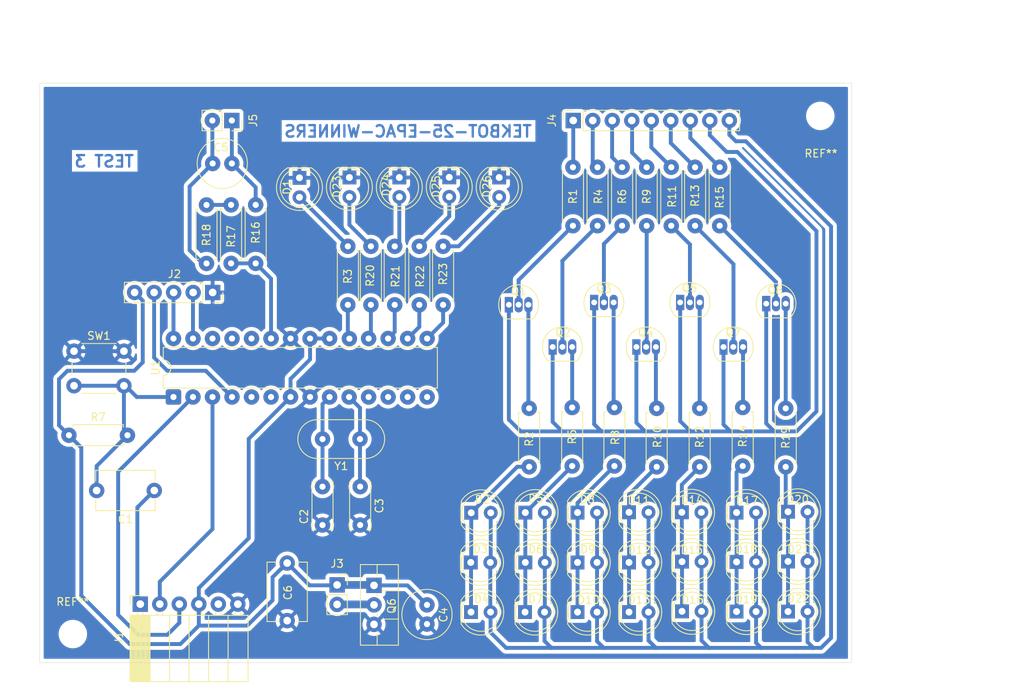
<source format=kicad_pcb>
(kicad_pcb (version 20241229) (generator "pcbnew") (generator_version "9.0")
  (layers (0 "F.Cu" signal) (2 "B.Cu" signal) (13 "F.Paste" user) (15 "B.Paste" user) (5 "F.SilkS" user "F.Silkscreen") (7 "B.SilkS" user "B.Silkscreen") (1 "F.Mask" user) (3 "B.Mask" user) (25 "Edge.Cuts" user))
  (net 0 "")
  (net 1 "RST")
  (net 2 "Net-(J1-Pin_1)")
  (net 3 "V-")
  (net 4 "XTAL1")
  (net 5 "XTAL2")
  (net 6 "V+")
  (net 7 "Net-(D1-A)")
  (net 8 "Net-(D23-A)")
  (net 9 "Net-(D24-A)")
  (net 10 "Net-(D25-A)")
  (net 11 "Net-(D26-A)")
  (net 12 "Rx")
  (net 14 "Tx")
  (net 15 "SDA")
  (net 16 "SCL")
  (net 17 "OE")
  (net 18 "GND")
  (net 19 "/sg5")
  (net 20 "/sg3")
  (net 21 "/sg2")
  (net 22 "/sg1")
  (net 23 "/sg7")
  (net 24 "/sg4")
  (net 25 "/sg6")
  (net 26 "/B+")
  (net 27 "/B-")
  (net 28 "Net-(Q1-B)")
  (net 29 "Net-(Q2-B)")
  (net 30 "Net-(Q3-B)")
  (net 31 "Net-(Q4-B)")
  (net 32 "Net-(Q5-B)")
  (net 33 "Net-(Q7-B)")
  (net 34 "Net-(Q8-B)")
  (net 35 "Lbuilt")
  (net 36 "A0")
  (net 37 "Net-(R17-Pad2)")
  (net 38 "L-100")
  (net 39 "L-75")
  (net 40 "L-50")
  (net 41 "L-25")
  (net 51 "/L_GND")
  (net 52 "/L_Vcc")
  (net 53 "Net-(D2-K)")
  (net 54 "Net-(D5-K)")
  (net 55 "Net-(D10-K)")
  (net 56 "Net-(D11-K)")
  (net 57 "Net-(D14-K)")
  (net 58 "Net-(D17-K)")
  (net 59 "Net-(D20-K)")
  (net 60 "Net-(Q1-C)")
  (net 61 "Net-(Q2-C)")
  (net 62 "Net-(Q3-C)")
  (net 63 "Net-(Q4-C)")
  (net 64 "Net-(Q5-C)")
  (net 65 "Net-(Q7-C)")
  (net 66 "Net-(Q8-C)")
  (footprint "Resistor_THT:R_Axial_DIN0207_L6.3mm_D2.5mm_P7.62mm_Horizontal" (layer "F.Cu") (at 149.1 98.3 -90)
    (property "Reference" "R10")
    (property "Value" "R")
  )
  (footprint "Resistor_THT:R_Axial_DIN0207_L6.3mm_D2.5mm_P7.62mm_Horizontal" (layer "F.Cu") (at 143.6 98.19 -90)
    (property "Reference" "R8")
    (property "Value" "R")
  )
  (footprint "Package_TO_SOT_THT:TO-92_Inline" (layer "F.Cu") (at 146.46 90.3)
    (property "Reference" "Q4")
    (property "Value" "2N2219")
  )
  (footprint "MountingHole:MountingHole_3.2mm_M3" (layer "F.Cu") (at 170.4 60.2)
    (property "Reference" "REF**")
    (property "Value" "MountingHole_3.2mm_M3")
  )
  (footprint "Resistor_THT:R_Axial_DIN0207_L6.3mm_D2.5mm_P7.62mm_Horizontal" (layer "F.Cu") (at 121.3 84.81 90)
    (property "Reference" "R23")
    (property "Value" "R")
  )
  (footprint "Resistor_THT:R_Axial_DIN0207_L6.3mm_D2.5mm_P7.62mm_Horizontal" (layer "F.Cu") (at 157.3 66.89 -90)
    (property "Reference" "R15")
    (property "Value" "R")
  )
  (footprint "Connector_PinSocket_2.54mm:PinSocket_1x02_P2.54mm_Vertical" (layer "F.Cu") (at 107.5 121.3)
    (property "Reference" "J3")
    (property "Value" "5V_power_Pins")
  )
  (footprint "Resistor_THT:R_Axial_DIN0207_L6.3mm_D2.5mm_P7.62mm_Horizontal" (layer "F.Cu") (at 147.8 66.89 -90)
    (property "Reference" "R9")
    (property "Value" "R")
  )
  (footprint "Connector_PinSocket_2.54mm:PinSocket_1x06_P2.54mm_Horizontal" (layer "F.Cu") (at 81.88 123.8 90)
    (property "Reference" "J1")
    (property "Value" "Prog_connector")
  )
  (footprint "Resistor_THT:R_Axial_DIN0207_L6.3mm_D2.5mm_P7.62mm_Horizontal" (layer "F.Cu") (at 96.9 71.79 -90)
    (property "Reference" "R16")
    (property "Value" "10k")
  )
  (footprint "LED_THT:LED_D5.0mm" (layer "F.Cu") (at 131.965 124.84)
    (property "Reference" "D7")
    (property "Value" "LED")
  )
  (footprint "Capacitor_THT:C_Radial_D6.3mm_H5.0mm_P2.50mm" (layer "F.Cu") (at 93.8 66.4 180)
    (property "Reference" "C5")
    (property "Value" "470µF")
  )
  (footprint "LED_THT:LED_D5.0mm" (layer "F.Cu") (at 138.8 118.37)
    (property "Reference" "D9")
    (property "Value" "LED")
  )
  (footprint "Capacitor_THT:C_Disc_D7.5mm_W5.0mm_P7.50mm" (layer "F.Cu") (at 101 118.45 -90)
    (property "Reference" "C6")
    (property "Value" "100n")
  )
  (footprint "Resistor_THT:R_Axial_DIN0207_L6.3mm_D2.5mm_P7.62mm_Horizontal" (layer "F.Cu") (at 115 84.81 90)
    (property "Reference" "R21")
    (property "Value" "R")
  )
  (footprint "LED_THT:LED_D5.0mm" (layer "F.Cu") (at 159.5 118.3)
    (property "Reference" "D18")
    (property "Value" "LED")
  )
  (footprint "LED_THT:LED_D5.0mm" (layer "F.Cu") (at 124.935 124.84)
    (property "Reference" "D4")
    (property "Value" "LED")
  )
  (footprint "Package_TO_SOT_THT:TO-220F-3_Vertical" (layer "F.Cu") (at 112.305 121.36 -90)
    (property "Reference" "Q6")
    (property "Value" "NMOS")
  )
  (footprint "Connector_PinSocket_2.54mm:PinSocket_1x02_P2.54mm_Vertical" (layer "F.Cu") (at 93.8 60.8 -90)
    (property "Reference" "J5")
    (property "Value" "Batt_connector")
  )
  (footprint "LED_THT:LED_D5.0mm" (layer "F.Cu") (at 152.375 111.84)
    (property "Reference" "D14")
    (property "Value" "LED")
  )
  (footprint "Capacitor_THT:C_Radial_D6.3mm_H5.0mm_P2.50mm" (layer "F.Cu") (at 119.2 123.9 -90)
    (property "Reference" "C4")
    (property "Value" "470µF")
  )
  (footprint "Resistor_THT:R_Axial_DIN0207_L6.3mm_D2.5mm_P7.62mm_Horizontal" (layer "F.Cu") (at 154.1 66.89 -90)
    (property "Reference" "R13")
    (property "Value" "R")
  )
  (footprint "Package_TO_SOT_THT:TO-92_Inline" (layer "F.Cu") (at 140.96 84.5)
    (property "Reference" "Q3")
    (property "Value" "2N2219")
  )
  (footprint "LED_THT:LED_D5.0mm" (layer "F.Cu") (at 109.1 68.225 -90)
    (property "Reference" "D23")
    (property "Value" "LED")
  )
  (footprint "Resistor_THT:R_Axial_DIN0207_L6.3mm_D2.5mm_P7.62mm_Horizontal" (layer "F.Cu") (at 72.59 101.8)
    (property "Reference" "R7")
    (property "Value" "10k")
  )
  (footprint "LED_THT:LED_D5.0mm" (layer "F.Cu") (at 128.6 68.225 -90)
    (property "Reference" "D26")
    (property "Value" "LED")
  )
  (footprint "LED_THT:LED_D5.0mm" (layer "F.Cu") (at 124.96 111.9)
    (property "Reference" "D2")
    (property "Value" "LED")
  )
  (footprint "Package_TO_SOT_THT:TO-92_Inline" (layer "F.Cu") (at 135.56 90.3)
    (property "Reference" "Q2")
    (property "Value" "2N2219")
  )
  (footprint "LED_THT:LED_D5.0mm" (layer "F.Cu") (at 159.5 124.77)
    (property "Reference" "D19")
    (property "Value" "LED")
  )
  (footprint "LED_THT:LED_D5.0mm" (layer "F.Cu") (at 152.4 124.74)
    (property "Reference" "D16")
    (property "Value" "LED")
  )
  (footprint "LED_THT:LED_D5.0mm" (layer "F.Cu") (at 145.5 124.84)
    (property "Reference" "D13")
    (property "Value" "LED")
  )
  (footprint "Capacitor_THT:C_Disc_D7.5mm_W5.0mm_P7.50mm" (layer "F.Cu") (at 83.7 109 180)
    (property "Reference" "C1")
    (property "Value" "100nF")
  )
  (footprint "Capacitor_THT:C_Disc_D6.0mm_W2.5mm_P5.00mm" (layer "F.Cu") (at 110.5 108.5 -90)
    (property "Reference" "C3")
    (property "Value" "22pF")
  )
  (footprint "Resistor_THT:R_Axial_DIN0207_L6.3mm_D2.5mm_P7.62mm_Horizontal" (layer "F.Cu") (at 111.9 84.81 90)
    (property "Reference" "R20")
    (property "Value" "R")
  )
  (footprint "LED_THT:LED_D5.0mm" (layer "F.Cu") (at 124.9 118.37)
    (property "Reference" "D3")
    (property "Value" "LED")
  )
  (footprint "Resistor_THT:R_Axial_DIN0207_L6.3mm_D2.5mm_P7.62mm_Horizontal" (layer "F.Cu") (at 144.6 66.89 -90)
    (property "Reference" "R6")
    (property "Value" "R")
  )
  (footprint "LED_THT:LED_D5.0mm" (layer "F.Cu") (at 166.2 111.77)
    (property "Reference" "D20")
    (property "Value" "LED")
  )
  (footprint "Package_TO_SOT_THT:TO-92_Inline" (layer "F.Cu") (at 157.8 90.3)
    (property "Reference" "Q7")
    (property "Value" "2N2219")
  )
  (footprint "LED_THT:LED_D5.0mm" (layer "F.Cu") (at 132 111.87)
    (property "Reference" "D5")
    (property "Value" "LED")
  )
  (footprint "Resistor_THT:R_Axial_DIN0207_L6.3mm_D2.5mm_P7.62mm_Horizontal" (layer "F.Cu") (at 138.2 66.89 -90)
    (property "Reference" "R1")
    (property "Value" "R")
  )
  (footprint "Resistor_THT:R_Axial_DIN0207_L6.3mm_D2.5mm_P7.62mm_Horizontal" (layer "F.Cu") (at 132.5 98.29 -90)
    (property "Reference" "R2")
    (property "Value" "R")
  )
  (footprint "Resistor_THT:R_Axial_DIN0207_L6.3mm_D2.5mm_P7.62mm_Horizontal" (layer "F.Cu") (at 141.4 66.89 -90)
    (property "Reference" "R4")
    (property "Value" "R")
  )
  (footprint "LED_THT:LED_D5.0mm" (layer "F.Cu") (at 115.6 68.225 -90)
    (property "Reference" "D24")
    (property "Value" "LED")
  )
  (footprint "Crystal:Crystal_HC49-U_Vertical" (layer "F.Cu") (at 110.48 102.3 180)
    (property "Reference" "Y1")
    (property "Value" "Crystal")
  )
  (footprint "Connector_PinSocket_2.54mm:PinSocket_1x05_P2.54mm_Vertical" (layer "F.Cu") (at 91.3 83.2 -90)
    (property "Reference" "J2")
    (property "Value" "Conn_01x05_Pin")
  )
  (footprint "LED_THT:LED_D5.0mm" (layer "F.Cu") (at 145.5 118.37)
    (property "Reference" "D12")
    (property "Value" "LED")
  )
  (footprint "Package_TO_SOT_THT:TO-92_Inline" (layer "F.Cu") (at 152.16 84.5)
    (property "Reference" "Q5")
    (property "Value" "2N2219")
  )
  (footprint "Resistor_THT:R_Axial_DIN0207_L6.3mm_D2.5mm_P7.62mm_Horizontal" (layer "F.Cu") (at 160.3 98.19 -90)
    (property "Reference" "R14")
    (property "Value" "R")
  )
  (footprint "Package_TO_SOT_THT:TO-92_Inline" (layer "F.Cu") (at 129.86 84.8)
    (property "Reference" "Q1")
    (property "Value" "2N2219")
  )
  (footprint "LED_THT:LED_D5.0mm" (layer "F.Cu") (at 166.2 124.77)
    (property "Reference" "D22")
    (property "Value" "LED")
  )
  (footprint "Package_TO_SOT_THT:TO-92_Inline" (layer "F.Cu") (at 163.36 84.66)
    (property "Reference" "Q8")
    (property "Value" "2N2219")
  )
  (footprint "Resistor_THT:R_Axial_DIN0207_L6.3mm_D2.5mm_P7.62mm_Horizontal" (layer "F.Cu") (at 151 66.89 -90)
    (property "Reference" "R11")
    (property "Value" "R")
  )
  (footprint "Resistor_THT:R_Axial_DIN0207_L6.3mm_D2.5mm_P7.62mm_Horizontal" (layer "F.Cu") (at 108.9 84.81 90)
    (property "Reference" "R3")
    (property "Value" "220")
  )
  (footprint "Resistor_THT:R_Axial_DIN0207_L6.3mm_D2.5mm_P7.62mm_Horizontal" (layer "F.Cu") (at 90.5 71.8 -90)
    (property "Reference" "R18")
    (property "Value" "4.7k")
  )
  (footprint "Resistor_THT:R_Axial_DIN0207_L6.3mm_D2.5mm_P7.62mm_Horizontal" (layer "F.Cu") (at 154.7 98.29 -90)
    (property "Reference" "R12")
    (property "Value" "R")
  )
  (footprint "LED_THT:LED_D5.0mm" (layer "F.Cu") (at 138.8 124.84)
    (property "Reference" "D10")
    (property "Value" "LED")
  )
  (footprint "Button_Switch_THT:SW_PUSH_6mm" (layer "F.Cu") (at 73.25 90.85)
    (property "Reference" "SW1")
    (property "Value" "SW_Push")
  )
  (footprint "LED_THT:LED_D5.0mm" (layer "F.Cu") (at 152.4 118.27)
    (property "Reference" "D15")
    (property "Value" "LED")
  )
  (footprint "Resistor_THT:R_Axial_DIN0207_L6.3mm_D2.5mm_P7.62mm_Horizontal" (layer "F.Cu") (at 118.2 84.81 90)
    (property "Reference" "R22")
    (property "Value" "R")
  )
  (footprint "LED_THT:LED_D5.0mm" (layer "F.Cu") (at 132 118.37)
    (property "Reference" "D6")
    (property "Value" "LED")
  )
  (footprint "LED_THT:LED_D5.0mm" (layer "F.Cu") (at 102.6 68.26 -90)
    (property "Reference" "D1")
    (property "Value" "LED")
  )
  (footprint "Capacitor_THT:C_Disc_D6.0mm_W2.5mm_P5.00mm" (layer "F.Cu") (at 105.6 108.5 -90)
    (property "Reference" "C2")
    (property "Value" "22pF")
  )
  (footprint "LED_THT:LED_D5.0mm" (layer "F.Cu") (at 122.1 68.2 -90)
    (property "Reference" "D25")
    (property "Value" "LED")
  )
  (footprint "LED_THT:LED_D5.0mm" (layer "F.Cu") (at 145.5 111.84)
    (property "Reference" "D11")
    (property "Value" "LED")
  )
  (footprint "Resistor_THT:R_Axial_DIN0207_L6.3mm_D2.5mm_P7.62mm_Horizontal" (layer "F.Cu") (at 138.1 98.19 -90)
    (property "Reference" "R5")
    (property "Value" "R")
  )
  (footprint "MountingHole:MountingHole_3.2mm_M3" (layer "F.Cu") (at 73.1 127.7)
    (property "Reference" "REF**")
    (property "Value" "MountingHole_3.2mm_M3")
  )
  (footprint "Resistor_THT:R_Axial_DIN0207_L6.3mm_D2.5mm_P7.62mm_Horizontal" (layer "F.Cu") (at 93.7 79.41 90)
    (property "Reference" "R17")
    (property "Value" "10k")
  )
  (footprint "Package_DIP:DIP-28_W7.62mm" (layer "F.Cu") (at 86.2 96.82 90)
    (property "Reference" "U1")
    (property "Value" "ATmega328-P")
  )
  (footprint "Connector_PinSocket_2.54mm:PinSocket_1x09_P2.54mm_Vertical" (layer "F.Cu") (at 138.24 60.8 90)
    (property "Reference" "J4")
    (property "Value" "LED_pwm_connector")
  )
  (footprint "LED_THT:LED_D5.0mm" (layer "F.Cu") (at 138.8 111.87)
    (property "Reference" "D8")
    (property "Value" "LED")
  )
  (footprint "Resistor_THT:R_Axial_DIN0207_L6.3mm_D2.5mm_P7.62mm_Horizontal" (layer "F.Cu") (at 165.9 98.3 -90)
    (property "Reference" "R19")
    (property "Value" "R")
  )
  (footprint "LED_THT:LED_D5.0mm" (layer "F.Cu") (at 166.2 118.24)
    (property "Reference" "D21")
    (property "Value" "LED")
  )
  (footprint "LED_THT:LED_D5.0mm" (layer "F.Cu") (at 159.5 111.87)
    (property "Reference" "D17")
    (property "Value" "LED")
  )
  (gr_rect (start 68.8 55.92) (end 174.5 131.42) (stroke (width 0.05)) (fill no) (layer "Edge.Cuts"))
  (gr_text "TEST 3" (at 81.2 67 0) (layer "B.Cu") (effects (font (size 1.5 1.5) (thickness 0.3) (bold yes)) (justify left bottom mirror)))
  (gr_text "TEKBOT-25-EPAC-WINNERS" (at 133 63.1 0) (layer "B.Cu") (effects (font (size 1.5 1.5) (thickness 0.3) (bold yes)) (justify left bottom mirror)))
  (segment (start 76.2 105.81) (end 80.21 101.8) (width 0.508) (layer "B.Cu") (net 1))
  (segment (start 79.95 95.35) (end 81.42 96.82) (width 0.508) (layer "B.Cu") (net 1))
  (segment (start 81.42 96.82) (end 86.2 96.82) (width 0.508) (layer "B.Cu") (net 1))
  (segment (start 80.21 101.8) (end 80.21 101.59) (width 0.508) (layer "B.Cu") (net 1))
  (segment (start 79.75 101.13) (end 79.75 95.35) (width 0.508) (layer "B.Cu") (net 1))
  (segment (start 76.2 109) (end 76.2 105.81) (width 0.508) (layer "B.Cu") (net 1))
  (segment (start 79.75 95.35) (end 79.95 95.35) (width 0.508) (layer "B.Cu") (net 1))
  (segment (start 73.25 95.35) (end 79.75 95.35) (width 0.508) (layer "B.Cu") (net 1))
  (segment (start 80.21 101.59) (end 79.75 101.13) (width 0.508) (layer "B.Cu") (net 1))
  (segment (start 81.5 123.42) (end 81.88 123.8) (width 0.508) (layer "B.Cu") (net 2))
  (segment (start 83.7 109) (end 81.5 111.2) (width 0.508) (layer "B.Cu") (net 2))
  (segment (start 81.5 111.2) (end 81.5 123.42) (width 0.508) (layer "B.Cu") (net 2))
  (segment (start 73.25 90.85) (end 79.75 90.85) (width 0.508) (layer "B.Cu") (net 3))
  (segment (start 105.6 97.74) (end 106.52 96.82) (width 0.508) (layer "B.Cu") (net 4))
  (segment (start 105.6 102.3) (end 105.6 97.74) (width 0.508) (layer "B.Cu") (net 4))
  (segment (start 105.6 102.3) (end 105.6 108.5) (width 0.508) (layer "B.Cu") (net 4))
  (segment (start 110.48 108.48) (end 110.5 108.5) (width 0.508) (layer "B.Cu") (net 5))
  (segment (start 110.48 102.3) (end 110.48 98.24) (width 0.508) (layer "B.Cu") (net 5))
  (segment (start 110.48 102.3) (end 110.48 108.48) (width 0.508) (layer "B.Cu") (net 5))
  (segment (start 110.48 98.24) (end 109.06 96.82) (width 0.508) (layer "B.Cu") (net 5))
  (segment (start 95.8 126.6) (end 99.1 123.3) (width 0.508) (layer "B.Cu") (net 6))
  (segment (start 72.59 101.8) (end 74.2 103.41) (width 0.508) (layer "B.Cu") (net 6))
  (segment (start 101.44 96.82) (end 96 102.26) (width 0.508) (layer "B.Cu") (net 6))
  (segment (start 99.1 120.3) (end 100.2 119.2) (width 0.508) (layer "B.Cu") (net 6))
  (segment (start 87.1 129) (end 89.5 126.6) (width 0.508) (layer "B.Cu") (net 6))
  (segment (start 80.5 129) (end 87.1 129) (width 0.508) (layer "B.Cu") (net 6))
  (segment (start 96 115.2) (end 89.5 121.7) (width 0.508) (layer "B.Cu") (net 6))
  (segment (start 74.2 103.41) (end 74.2 122.7) (width 0.508) (layer "B.Cu") (net 6))
  (segment (start 72.4 93.4) (end 71.3 94.5) (width 0.508) (layer "B.Cu") (net 6))
  (segment (start 89.5 121.7) (end 89.5 123.8) (width 0.508) (layer "B.Cu") (net 6))
  (segment (start 82.2 84.26) (end 82.2 92.3) (width 0.508) (layer "B.Cu") (net 6))
  (segment (start 82.2 92.3) (end 81.1 93.4) (width 0.508) (layer "B.Cu") (net 6))
  (segment (start 99.1 123.3) (end 99.1 120.3) (width 0.508) (layer "B.Cu") (net 6))
  (segment (start 103.9 121.35) (end 107.9 121.35) (width 0.508) (layer "B.Cu") (net 6))
  (segment (start 100.2 119.2) (end 100.25 119.2) (width 0.508) (layer "B.Cu") (net 6))
  (segment (start 101.44 94.46) (end 101.44 96.82) (width 0.508) (layer "B.Cu") (net 6))
  (segment (start 107.5 121.3) (end 112.245 121.3) (width 1.016) (layer "B.Cu") (net 6))
  (segment (start 103.98 89.2) (end 103.98 89.22) (width 0.508) (layer "B.Cu") (net 6))
  (segment (start 100.25 119.2) (end 101 118.45) (width 0.508) (layer "B.Cu") (net 6))
  (segment (start 112.245 121.3) (end 112.305 121.36) (width 0.508) (layer "B.Cu") (net 6))
  (segment (start 119.2 123.9) (end 116.66 121.36) (width 0.508) (layer "B.Cu") (net 6))
  (segment (start 81.14 83.2) (end 82.2 84.26) (width 0.508) (layer "B.Cu") (net 6))
  (segment (start 71.3 100.51) (end 72.59 101.8) (width 0.508) (layer "B.Cu") (net 6))
  (segment (start 89.5 126.6) (end 95.8 126.6) (width 0.508) (layer "B.Cu") (net 6))
  (segment (start 103.98 89.2) (end 106.52 89.2) (width 0.508) (layer "B.Cu") (net 6))
  (segment (start 74.2 122.7) (end 80.5 129) (width 0.508) (layer "B.Cu") (net 6))
  (segment (start 116.66 121.36) (end 112.305 121.36) (width 0.508) (layer "B.Cu") (net 6))
  (segment (start 101 118.45) (end 103.9 121.35) (width 0.508) (layer "B.Cu") (net 6))
  (segment (start 103.98 91.92) (end 101.44 94.46) (width 0.508) (layer "B.Cu") (net 6))
  (segment (start 81.1 93.4) (end 72.4 93.4) (width 0.508) (layer "B.Cu") (net 6))
  (segment (start 96 102.26) (end 96 115.2) (width 0.508) (layer "B.Cu") (net 6))
  (segment (start 89.5 126.6) (end 89.5 123.8) (width 0.508) (layer "B.Cu") (net 6))
  (segment (start 103.98 89.2) (end 103.98 91.92) (width 0.508) (layer "B.Cu") (net 6))
  (segment (start 71.3 94.5) (end 71.3 100.51) (width 0.508) (layer "B.Cu") (net 6))
  (segment (start 102.6 70.8) (end 108.9 77.1) (width 0.508) (layer "B.Cu") (net 7))
  (segment (start 108.9 77.1) (end 108.9 77.19) (width 0.508) (layer "B.Cu") (net 7))
  (segment (start 109.1 74.39) (end 111.9 77.19) (width 0.508) (layer "B.Cu") (net 8))
  (segment (start 109.1 70.765) (end 109.1 74.39) (width 0.508) (layer "B.Cu") (net 8))
  (segment (start 115.6 76.59) (end 115 77.19) (width 0.508) (layer "B.Cu") (net 9))
  (segment (start 115.6 70.765) (end 115.6 76.59) (width 0.508) (layer "B.Cu") (net 9))
  (segment (start 122.1 70.74) (end 122.1 73.29) (width 0.508) (layer "B.Cu") (net 10))
  (segment (start 122.1 73.29) (end 118.2 77.19) (width 0.508) (layer "B.Cu") (net 10))
  (segment (start 128.6 71.9) (end 123.31 77.19) (width 0.508) (layer "B.Cu") (net 11))
  (segment (start 123.31 77.19) (end 121.3 77.19) (width 0.508) (layer "B.Cu") (net 11))
  (segment (start 128.6 70.765) (end 128.6 71.9) (width 0.508) (layer "B.Cu") (net 11))
  (segment (start 91.28 96.82) (end 91.28 114.02) (width 0.508) (layer "B.Cu") (net 12))
  (segment (start 84.42 120.88) (end 84.42 123.8) (width 0.508) (layer "B.Cu") (net 12))
  (segment (start 91.28 114.02) (end 84.42 120.88) (width 0.508) (layer "B.Cu") (net 12))
  (segment (start 85.4 127.8) (end 86.96 126.24) (width 0.508) (layer "B.Cu") (net 14))
  (segment (start 88.74 96.82) (end 79 106.56) (width 0.508) (layer "B.Cu") (net 14))
  (segment (start 79 106.56) (end 79 125.2) (width 0.508) (layer "B.Cu") (net 14))
  (segment (start 86.96 126.24) (end 86.96 123.8) (width 0.508) (layer "B.Cu") (net 14))
  (segment (start 79 125.2) (end 81.6 127.8) (width 0.508) (layer "B.Cu") (net 14))
  (segment (start 81.6 127.8) (end 85.4 127.8) (width 0.508) (layer "B.Cu") (net 14))
  (segment (start 88.74 83.22) (end 88.76 83.2) (width 0.508) (layer "B.Cu") (net 15))
  (segment (start 88.74 89.2) (end 88.74 83.22) (width 0.508) (layer "B.Cu") (net 15))
  (segment (start 86.2 89.2) (end 86.2 83.22) (width 0.508) (layer "B.Cu") (net 16))
  (segment (start 86.26 89.14) (end 86.2 89.2) (width 0.508) (layer "B.Cu") (net 16))
  (segment (start 86.2 83.22) (end 86.22 83.2) (width 0.508) (layer "B.Cu") (net 16))
  (segment (start 85.4 93.4) (end 90.4 93.4) (width 0.508) (layer "B.Cu") (net 17))
  (segment (start 90.4 93.4) (end 93.82 96.82) (width 0.508) (layer "B.Cu") (net 17))
  (segment (start 83.68 83.2) (end 83.68 91.68) (width 0.508) (layer "B.Cu") (net 17))
  (segment (start 83.68 91.68) (end 85.4 93.4) (width 0.508) (layer "B.Cu") (net 17))
  (segment (start 112.245 123.84) (end 112.305 123.9) (width 0.508) (layer "B.Cu") (net 18))
  (segment (start 107.5 123.84) (end 112.245 123.84) (width 1.016) (layer "B.Cu") (net 18))
  (segment (start 148.4 60.8) (end 148.4 64.29) (width 0.508) (layer "B.Cu") (net 19))
  (segment (start 148.4 64.29) (end 151 66.89) (width 0.508) (layer "B.Cu") (net 19))
  (segment (start 143.3 60.82) (end 143.3 65.59) (width 0.508) (layer "B.Cu") (net 20))
  (segment (start 143.3 65.59) (end 144.6 66.89) (width 0.508) (layer "B.Cu") (net 20))
  (segment (start 143.32 60.8) (end 143.3 60.82) (width 0.508) (layer "B.Cu") (net 20))
  (segment (start 140.78 60.8) (end 140.78 66.27) (width 0.508) (layer "B.Cu") (net 21))
  (segment (start 140.78 66.27) (end 141.4 66.89) (width 0.508) (layer "B.Cu") (net 21))
  (segment (start 138.24 66.85) (end 138.2 66.89) (width 0.508) (layer "B.Cu") (net 22))
  (segment (start 138.24 60.8) (end 138.24 66.85) (width 0.508) (layer "B.Cu") (net 22))
  (segment (start 153.48 63.08) (end 157.29 66.89) (width 0.508) (layer "B.Cu") (net 23))
  (segment (start 153.48 60.8) (end 153.48 63.08) (width 0.508) (layer "B.Cu") (net 23))
  (segment (start 157.29 66.89) (end 157.3 66.89) (width 0.508) (layer "B.Cu") (net 23))
  (segment (start 145.9 64.99) (end 147.8 66.89) (width 0.508) (layer "B.Cu") (net 24))
  (segment (start 145.86 60.8) (end 145.9 60.84) (width 0.508) (layer "B.Cu") (net 24))
  (segment (start 145.9 60.84) (end 145.9 64.99) (width 0.508) (layer "B.Cu") (net 24))
  (segment (start 150.94 63.74) (end 154.09 66.89) (width 0.508) (layer "B.Cu") (net 25))
  (segment (start 154.09 66.89) (end 154.1 66.89) (width 0.508) (layer "B.Cu") (net 25))
  (segment (start 150.94 60.8) (end 150.94 63.74) (width 0.508) (layer "B.Cu") (net 25))
  (segment (start 93.8 60.8) (end 93.8 66.4) (width 0.508) (layer "B.Cu") (net 26))
  (segment (start 96.9 69.5) (end 96.9 71.79) (width 0.508) (layer "B.Cu") (net 26))
  (segment (start 93.8 66.4) (end 96.9 69.5) (width 0.508) (layer "B.Cu") (net 26))
  (segment (start 91.26 66.36) (end 91.3 66.4) (width 0.508) (layer "B.Cu") (net 27))
  (segment (start 91.3 66.4) (end 88.3 69.4) (width 0.508) (layer "B.Cu") (net 27))
  (segment (start 88.3 69.4) (end 88.3 77.7) (width 0.508) (layer "B.Cu") (net 27))
  (segment (start 90.02 79.42) (end 90.5 79.42) (width 0.508) (layer "B.Cu") (net 27))
  (segment (start 88.3 77.7) (end 90.02 79.42) (width 0.508) (layer "B.Cu") (net 27))
  (segment (start 91.26 60.8) (end 91.26 66.36) (width 0.508) (layer "B.Cu") (net 27))
  (segment (start 138.2 74.51) (end 131.13 81.58) (width 0.508) (layer "B.Cu") (net 28))
  (segment (start 131.13 81.58) (end 131.13 84.8) (width 0.508) (layer "B.Cu") (net 28))
  (segment (start 136.81 79.1) (end 136.83 79.12) (width 0.508) (layer "B.Cu") (net 29))
  (segment (start 136.83 79.12) (end 136.83 90.3) (width 0.508) (layer "B.Cu") (net 29))
  (segment (start 141.4 74.51) (end 136.81 79.1) (width 0.508) (layer "B.Cu") (net 29))
  (segment (start 144.6 74.51) (end 142.23 76.88) (width 0.508) (layer "B.Cu") (net 30))
  (segment (start 142.23 76.88) (end 142.23 84.5) (width 0.508) (layer "B.Cu") (net 30))
  (segment (start 147.8 74.51) (end 147.8 90.23) (width 0.508) (layer "B.Cu") (net 31))
  (segment (start 147.8 90.23) (end 147.73 90.3) (width 0.508) (layer "B.Cu") (net 31))
  (segment (start 153.43 76.96) (end 153.43 84.5) (width 0.508) (layer "B.Cu") (net 32))
  (segment (start 151 74.51) (end 153.44 76.95) (width 0.508) (layer "B.Cu") (net 32))
  (segment (start 153.44 76.95) (end 153.43 76.96) (width 0.508) (layer "B.Cu") (net 32))
  (segment (start 159.1 90.27) (end 159.07 90.3) (width 0.508) (layer "B.Cu") (net 33))
  (segment (start 154.1 74.51) (end 159.1 79.51) (width 0.508) (layer "B.Cu") (net 33))
  (segment (start 159.1 79.51) (end 159.1 90.27) (width 0.508) (layer "B.Cu") (net 33))
  (segment (start 157.3 74.51) (end 164.63 81.84) (width 0.508) (layer "B.Cu") (net 34))
  (segment (start 164.63 81.84) (end 164.63 84.66) (width 0.508) (layer "B.Cu") (net 34))
  (segment (start 108.9 84.81) (end 108.9 89.02) (width 0.508) (layer "B.Cu") (net 35))
  (segment (start 108.9 89.02) (end 109.1 89.22) (width 0.508) (layer "B.Cu") (net 35))
  (segment (start 98.9 81.41) (end 98.9 89.2) (width 0.508) (layer "B.Cu") (net 36))
  (segment (start 96.9 79.41) (end 93.7 79.41) (width 0.508) (layer "B.Cu") (net 36))
  (segment (start 96.9 79.41) (end 98.9 81.41) (width 0.508) (layer "B.Cu") (net 36))
  (segment (start 90.401525 71.79) (end 90.357743 71.833782) (width 0.508) (layer "B.Cu") (net 37))
  (segment (start 93.69 71.8) (end 93.7 71.79) (width 0.508) (layer "B.Cu") (net 37))
  (segment (start 90.5 71.8) (end 93.69 71.8) (width 0.508) (layer "B.Cu") (net 37))
  (segment (start 111.9 84.81) (end 111.9 88.9) (width 0.508) (layer "B.Cu") (net 38))
  (segment (start 111.9 88.9) (end 111.6 89.2) (width 0.508) (layer "B.Cu") (net 38))
  (segment (start 115 84.81) (end 115 88.34) (width 0.508) (layer "B.Cu") (net 39))
  (segment (start 115 88.34) (end 114.14 89.2) (width 0.508) (layer "B.Cu") (net 39))
  (segment (start 118.2 87.68) (end 116.68 89.2) (width 0.508) (layer "B.Cu") (net 40))
  (segment (start 118.2 84.81) (end 118.2 87.68) (width 0.508) (layer "B.Cu") (net 40))
  (segment (start 121.3 84.81) (end 121.3 87.12) (width 0.508) (layer "B.Cu") (net 41))
  (segment (start 121.3 87.12) (end 119.22 89.2) (width 0.508) (layer "B.Cu") (net 41))
  (segment (start 152.16 99.96) (end 153.5 101.3) (width 0.508) (layer "B.Cu") (net 51))
  (segment (start 153.5 101.3) (end 158.7 101.3) (width 0.508) (layer "B.Cu") (net 51))
  (segment (start 131.4 101.3) (end 136.8 101.3) (width 0.508) (layer "B.Cu") (net 51))
  (segment (start 129.86 99.76) (end 131.4 101.3) (width 0.508) (layer "B.Cu") (net 51))
  (segment (start 146.46 100.16) (end 147.6 101.3) (width 0.508) (layer "B.Cu") (net 51))
  (segment (start 136.8 101.3) (end 141.9 101.3) (width 0.508) (layer "B.Cu") (net 51))
  (segment (start 157.8 100.4) (end 158.7 101.3) (width 0.508) (layer "B.Cu") (net 51))
  (segment (start 169.9 98.7) (end 167.3 101.3) (width 0.508) (layer "B.Cu") (net 51))
  (segment (start 157.8 90.3) (end 157.8 100.4) (width 0.508) (layer "B.Cu") (net 51))
  (segment (start 159.6 64.9) (end 169.9 75.2) (width 0.508) (layer "B.Cu") (net 51))
  (segment (start 167.3 101.3) (end 164.4 101.3) (width 0.508) (layer "B.Cu") (net 51))
  (segment (start 158.7 101.3) (end 161.3 101.3) (width 0.508) (layer "B.Cu") (net 51))
  (segment (start 135.56 100.06) (end 136.8 101.3) (width 0.508) (layer "B.Cu") (net 51))
  (segment (start 163.36 84.66) (end 163.36 100.26) (width 0.508) (layer "B.Cu") (net 51))
  (segment (start 158.2 64.9) (end 159.6 64.9) (width 0.508) (layer "B.Cu") (net 51))
  (segment (start 152.16 84.5) (end 152.16 99.96) (width 0.508) (layer "B.Cu") (net 51))
  (segment (start 163.36 100.26) (end 164.4 101.3) (width 0.508) (layer "B.Cu") (net 51))
  (segment (start 156.02 60.8) (end 156.02 62.72) (width 0.508) (layer "B.Cu") (net 51))
  (segment (start 146.46 90.3) (end 146.46 100.16) (width 0.508) (layer "B.Cu") (net 51))
  (segment (start 141.9 101.3) (end 147.6 101.3) (width 0.508) (layer "B.Cu") (net 51))
  (segment (start 156.02 62.72) (end 158.2 64.9) (width 0.508) (layer "B.Cu") (net 51))
  (segment (start 140.96 84.5) (end 140.96 100.36) (width 0.508) (layer "B.Cu") (net 51))
  (segment (start 135.56 90.3) (end 135.56 100.06) (width 0.508) (layer "B.Cu") (net 51))
  (segment (start 169.9 75.2) (end 169.9 98.7) (width 0.508) (layer "B.Cu") (net 51))
  (segment (start 140.96 100.36) (end 141.9 101.3) (width 0.508) (layer "B.Cu") (net 51))
  (segment (start 147.6 101.3) (end 153.5 101.3) (width 0.508) (layer "B.Cu") (net 51))
  (segment (start 129.86 84.8) (end 129.86 99.76) (width 0.508) (layer "B.Cu") (net 51))
  (segment (start 164.4 101.3) (end 161.3 101.3) (width 0.508) (layer "B.Cu") (net 51))
  (segment (start 127.475 127.475) (end 129.5 129.5) (width 0.508) (layer "B.Cu") (net 52))
  (segment (start 127.475 124.84) (end 127.475 127.475) (width 0.508) (layer "B.Cu") (net 52))
  (segment (start 168.74 124.77) (end 168.74 118.24) (width 0.508) (layer "B.Cu") (net 52))
  (segment (start 134.54 124.805) (end 134.505 124.84) (width 0.508) (layer "B.Cu") (net 52))
  (segment (start 169.5 129.5) (end 167.1 129.5) (width 0.508) (layer "B.Cu") (net 52))
  (segment (start 155.9 129.5) (end 162.7 129.5) (width 0.508) (layer "B.Cu") (net 52))
  (segment (start 148.04 118.37) (end 148.04 124.84) (width 0.508) (layer "B.Cu") (net 52))
  (segment (start 134.54 118.37) (end 134.54 124.805) (width 0.508) (layer "B.Cu") (net 52))
  (segment (start 154.94 124.74) (end 154.94 128.54) (width 0.508) (layer "B.Cu") (net 52))
  (segment (start 154.94 128.54) (end 155.9 129.5) (width 0.508) (layer "B.Cu") (net 52))
  (segment (start 142.2 129.5) (end 149 129.5) (width 0.508) (layer "B.Cu") (net 52))
  (segment (start 162.7 129.5) (end 167.1 129.5) (width 0.508) (layer "B.Cu") (net 52))
  (segment (start 129.5 129.5) (end 135.4 129.5) (width 0.508) (layer "B.Cu") (net 52))
  (segment (start 154.915 111.84) (end 154.915 118.245) (width 0.508) (layer "B.Cu") (net 52))
  (segment (start 154.915 118.245) (end 154.94 118.27) (width 0.508) (layer "B.Cu") (net 52))
  (segment (start 168.74 111.77) (end 168.74 118.24) (width 0.508) (layer "B.Cu") (net 52))
  (segment (start 127.5 118.31) (end 127.44 118.37) (width 0.508) (layer "B.Cu") (net 52))
  (segment (start 141.34 111.87) (end 141.34 118.37) (width 0.508) (layer "B.Cu") (net 52))
  (segment (start 154.94 118.27) (end 154.94 124.74) (width 0.508) (layer "B.Cu") (net 52))
  (segment (start 158.56 60.8) (end 158.56 62.66) (width 0.508) (layer "B.Cu") (net 52))
  (segment (start 162.04 128.84) (end 162.7 129.5) (width 0.508) (layer "B.Cu") (net 52))
  (segment (start 159.4 63.5) (end 160.7 63.5) (width 0.508) (layer "B.Cu") (net 52))
  (segment (start 127.44 118.37) (end 127.44 124.805) (width 0.508) (layer "B.Cu") (net 52))
  (segment (start 149 129.5) (end 155.9 129.5) (width 0.508) (layer "B.Cu") (net 52))
  (segment (start 148.04 124.84) (end 148.04 128.54) (width 0.508) (layer "B.Cu") (net 52))
  (segment (start 148.04 111.84) (end 148.04 118.37) (width 0.508) (layer "B.Cu") (net 52))
  (segment (start 160.7 63.5) (end 171.8 74.6) (width 0.508) (layer "B.Cu") (net 52))
  (segment (start 148.04 128.54) (end 149 129.5) (width 0.508) (layer "B.Cu") (net 52))
  (segment (start 127.5 111.9) (end 127.5 118.31) (width 0.508) (layer "B.Cu") (net 52))
  (segment (start 134.505 124.84) (end 134.505 128.605) (width 0.508) (layer "B.Cu") (net 52))
  (segment (start 162.04 124.77) (end 162.04 128.84) (width 0.508) (layer "B.Cu") (net 52))
  (segment (start 141.34 128.64) (end 142.2 129.5) (width 0.508) (layer "B.Cu") (net 52))
  (segment (start 168.74 124.77) (end 168.74 128.74) (width 0.508) (layer "B.Cu") (net 52))
  (segment (start 134.54 111.87) (end 134.54 118.37) (width 0.508) (layer "B.Cu") (net 52))
  (segment (start 162.04 118.3) (end 162.04 124.77) (width 0.508) (layer "B.Cu") (net 52))
  (segment (start 162.04 111.87) (end 162.04 118.3) (width 0.508) (layer "B.Cu") (net 52))
  (segment (start 134.505 128.605) (end 135.4 129.5) (width 0.508) (layer "B.Cu") (net 52))
  (segment (start 141.34 118.37) (end 141.34 124.84) (width 0.508) (layer "B.Cu") (net 52))
  (segment (start 168.74 128.74) (end 169.5 129.5) (width 0.508) (layer "B.Cu") (net 52))
  (segment (start 127.44 124.805) (end 127.475 124.84) (width 0.508) (layer "B.Cu") (net 52))
  (segment (start 158.56 62.66) (end 159.4 63.5) (width 0.508) (layer "B.Cu") (net 52))
  (segment (start 171.8 128.2) (end 170.5 129.5) (width 0.508) (layer "B.Cu") (net 52))
  (segment (start 170.5 129.5) (end 169.5 129.5) (width 0.508) (layer "B.Cu") (net 52))
  (segment (start 171.8 74.6) (end 171.8 128.2) (width 0.508) (layer "B.Cu") (net 52))
  (segment (start 141.34 124.84) (end 141.34 128.64) (width 0.508) (layer "B.Cu") (net 52))
  (segment (start 135.4 129.5) (end 142.2 129.5) (width 0.508) (layer "B.Cu") (net 52))
  (segment (start 124.96 111.9) (end 124.96 118.31) (width 0.508) (layer "B.Cu") (net 53))
  (segment (start 124.96 118.31) (end 124.9 118.37) (width 0.508) (layer "B.Cu") (net 53))
  (segment (start 124.935 118.735) (end 124.935 124.84) (width 0.508) (layer "B.Cu") (net 53))
  (segment (start 132.5 105.91) (end 130.95 105.91) (width 0.508) (layer "B.Cu") (net 53))
  (segment (start 130.95 105.91) (end 124.96 111.9) (width 0.508) (layer "B.Cu") (net 53))
  (segment (start 124.9 118.7) (end 124.935 118.735) (width 0.508) (layer "B.Cu") (net 53))
  (segment (start 124.9 118.37) (end 124.9 118.7) (width 0.508) (layer "B.Cu") (net 53))
  (segment (start 132 124.805) (end 131.965 124.84) (width 0.508) (layer "B.Cu") (net 54))
  (segment (start 132.04 111.87) (end 132 111.87) (width 0.508) (layer "B.Cu") (net 54))
  (segment (start 132 118.37) (end 132 124.805) (width 0.508) (layer "B.Cu") (net 54))
  (segment (start 132 111.87) (end 132 118.37) (width 0.508) (layer "B.Cu") (net 54))
  (segment (start 138.1 105.81) (end 132.04 111.87) (width 0.508) (layer "B.Cu") (net 54))
  (segment (start 138.8 110.61) (end 138.8 111.87) (width 0.508) (layer "B.Cu") (net 55))
  (segment (start 143.6 105.81) (end 138.8 110.61) (width 0.508) (layer "B.Cu") (net 55))
  (segment (start 138.8 111.87) (end 138.8 118.37) (width 0.508) (layer "B.Cu") (net 55))
  (segment (start 138.8 118.37) (end 138.8 124.84) (width 0.508) (layer "B.Cu") (net 55))
  (segment (start 145.5 111.84) (end 145.5 118.37) (width 0.508) (layer "B.Cu") (net 56))
  (segment (start 149.1 105.92) (end 145.5 109.52) (width 0.508) (layer "B.Cu") (net 56))
  (segment (start 145.5 109.52) (end 145.5 111.84) (width 0.508) (layer "B.Cu") (net 56))
  (segment (start 145.5 118.37) (end 145.5 124.84) (width 0.508) (layer "B.Cu") (net 56))
  (segment (start 154.7 105.91) (end 152.375 108.235) (width 0.508) (layer "B.Cu") (net 57))
  (segment (start 152.375 108.235) (end 152.375 111.84) (width 0.508) (layer "B.Cu") (net 57))
  (segment (start 152.4 118.27) (end 152.4 124.74) (width 0.508) (layer "B.Cu") (net 57))
  (segment (start 154.915 106.125) (end 154.7 105.91) (width 0.508) (layer "B.Cu") (net 57))
  (segment (start 152.375 111.84) (end 152.375 118.245) (width 0.508) (layer "B.Cu") (net 57))
  (segment (start 152.375 118.245) (end 152.4 118.27) (width 0.508) (layer "B.Cu") (net 57))
  (segment (start 159.5 106.61) (end 159.5 111.87) (width 0.508) (layer "B.Cu") (net 58))
  (segment (start 160.3 105.81) (end 159.5 106.61) (width 0.508) (layer "B.Cu") (net 58))
  (segment (start 159.5 111.87) (end 159.5 118.3) (width 0.508) (layer "B.Cu") (net 58))
  (segment (start 159.5 118.3) (end 159.5 124.77) (width 0.508) (layer "B.Cu") (net 58))
  (segment (start 165.9 105.92) (end 165.92 105.92) (width 0.508) (layer "B.Cu") (net 59))
  (segment (start 165.9 105.92) (end 165.9 111.47) (width 0.508) (layer "B.Cu") (net 59))
  (segment (start 166.2 111.77) (end 166.2 118.24) (width 0.508) (layer "B.Cu") (net 59))
  (segment (start 166.2 118.24) (end 166.2 124.77) (width 0.508) (layer "B.Cu") (net 59))
  (segment (start 165.9 111.47) (end 166.2 111.77) (width 0.508) (layer "B.Cu") (net 59))
  (segment (start 132.4 84.8) (end 132.4 98.19) (width 0.508) (layer "B.Cu") (net 60))
  (segment (start 132.4 98.19) (end 132.5 98.29) (width 0.508) (layer "B.Cu") (net 60))
  (segment (start 138.1 90.3) (end 138.08 90.28) (width 0.508) (layer "B.Cu") (net 61))
  (segment (start 138.1 90.3) (end 138.1 98.19) (width 0.508) (layer "B.Cu") (net 61))
  (segment (start 143.5 98.09) (end 143.6 98.19) (width 0.508) (layer "B.Cu") (net 62))
  (segment (start 143.6 84.53) (end 143.51 84.44) (width 0.508) (layer "B.Cu") (net 62))
  (segment (start 143.5 84.5) (end 143.5 98.09) (width 0.508) (layer "B.Cu") (net 62))
  (segment (start 149 98.2) (end 149.1 98.3) (width 0.508) (layer "B.Cu") (net 63))
  (segment (start 149 90.3) (end 149 98.2) (width 0.508) (layer "B.Cu") (net 63))
  (segment (start 154.7 84.5) (end 154.7 98.29) (width 0.508) (layer "B.Cu") (net 64))
  (segment (start 154.7 84.55) (end 154.71 84.54) (width 0.508) (layer "B.Cu") (net 64))
  (segment (start 160.3 90.67) (end 160.27 90.64) (width 0.508) (layer "B.Cu") (net 65))
  (segment (start 160.34 90.3) (end 160.34 98.15) (width 0.508) (layer "B.Cu") (net 65))
  (segment (start 160.34 98.15) (end 160.3 98.19) (width 0.508) (layer "B.Cu") (net 65))
  (segment (start 165.9 84.69) (end 165.87 84.66) (width 0.508) (layer "B.Cu") (net 66))
  (segment (start 165.9 84.66) (end 165.9 98.3) (width 0.508) (layer "B.Cu") (net 66))
  (zone (net 3) (net_name "V-") (layer "B.Cu") (connect_pads (clearance 0.5)) (min_thickness 0.25) (fill yes (thermal_gap 0.5) (thermal_bridge_width 0.5))
    (polygon (pts (xy 65.3 52.1) (xy 176.6 52.1) (xy 176.7 52.2) (xy 176.7 133.5) (xy 176.7 136.2) (xy 65.3 136.2) (xy 65.3 136.2)))
  )
)
</source>
